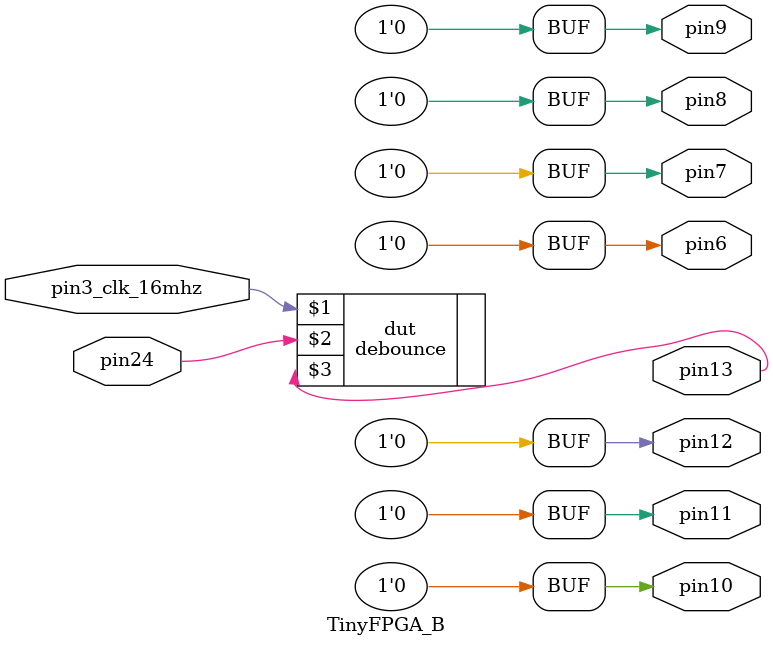
<source format=v>

`include "debounce.v"
`default_nettype none

module TinyFPGA_B (
  //output pin1_usb_dp,
  //inout pin2_usb_dn,
  input pin3_clk_16mhz,	// 16MHz clock
  //output pin4,
  //output pin5,
  output pin6,		// Seven unused LEDs: 6 to 12
  output pin7,
  output pin8,
  output pin9,
  output pin10,
  output pin11,
  output pin12,
  output pin13,		// Debounced output
  //inout pin14_sdo,
  //inout pin15_sdi,
  //inout pin16_sck,
  //inout pin17_ss,
  //inout pin18,
  //inout pin19,
  //inout pin20,
  //inout pin21,
  //inout pin22,
  //inout pin23,
  inout pin24		// Raw button
);

  // Set the other seven LEDs off
  assign pin6  = 0;
  assign pin7  = 0;
  assign pin8  = 0;
  assign pin9  = 0;
  assign pin10 = 0;
  assign pin11 = 0;
  assign pin12 = 0;

  debounce   #(16_000_000, 100)		// 1/100th of a second delay
	   dut(pin3_clk_16mhz, pin24, pin13);
endmodule

</source>
